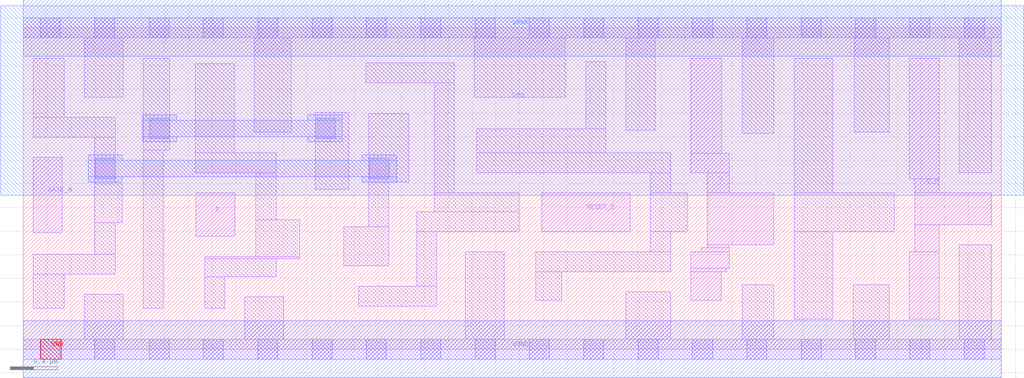
<source format=lef>
# Copyright 2020 The SkyWater PDK Authors
#
# Licensed under the Apache License, Version 2.0 (the "License");
# you may not use this file except in compliance with the License.
# You may obtain a copy of the License at
#
#     https://www.apache.org/licenses/LICENSE-2.0
#
# Unless required by applicable law or agreed to in writing, software
# distributed under the License is distributed on an "AS IS" BASIS,
# WITHOUT WARRANTIES OR CONDITIONS OF ANY KIND, either express or implied.
# See the License for the specific language governing permissions and
# limitations under the License.
#
# SPDX-License-Identifier: Apache-2.0

VERSION 5.7 ;
  NOWIREEXTENSIONATPIN ON ;
  DIVIDERCHAR "/" ;
  BUSBITCHARS "[]" ;
MACRO sky130_fd_sc_hd__dlrbn_2
  CLASS CORE ;
  FOREIGN sky130_fd_sc_hd__dlrbn_2 ;
  ORIGIN  0.000000  0.000000 ;
  SIZE  8.280000 BY  2.720000 ;
  SYMMETRY X Y R90 ;
  SITE unithd ;
  PIN D
    ANTENNAGATEAREA  0.159000 ;
    DIRECTION INPUT ;
    USE SIGNAL ;
    PORT
      LAYER li1 ;
        RECT 1.460000 0.955000 1.790000 1.325000 ;
    END
  END D
  PIN Q
    ANTENNADIFFAREA  0.536250 ;
    DIRECTION OUTPUT ;
    USE SIGNAL ;
    PORT
      LAYER li1 ;
        RECT 5.650000 0.415000 5.910000 0.655000 ;
        RECT 5.650000 0.655000 5.950000 0.685000 ;
        RECT 5.650000 0.685000 5.975000 0.825000 ;
        RECT 5.650000 1.495000 5.975000 1.660000 ;
        RECT 5.650000 1.660000 5.915000 2.465000 ;
        RECT 5.740000 0.825000 5.975000 0.860000 ;
        RECT 5.790000 0.860000 5.975000 0.885000 ;
        RECT 5.790000 0.885000 6.355000 1.325000 ;
        RECT 5.790000 1.325000 5.975000 1.495000 ;
    END
  END Q
  PIN Q_N
    ANTENNADIFFAREA  0.453750 ;
    DIRECTION OUTPUT ;
    USE SIGNAL ;
    PORT
      LAYER li1 ;
        RECT 7.500000 0.255000 7.755000 0.825000 ;
        RECT 7.500000 1.445000 7.755000 2.465000 ;
        RECT 7.545000 0.825000 7.755000 1.055000 ;
        RECT 7.545000 1.055000 8.195000 1.325000 ;
        RECT 7.545000 1.325000 7.755000 1.445000 ;
    END
  END Q_N
  PIN RESET_B
    ANTENNAGATEAREA  0.247500 ;
    DIRECTION INPUT ;
    USE SIGNAL ;
    PORT
      LAYER li1 ;
        RECT 4.390000 0.995000 5.140000 1.325000 ;
    END
  END RESET_B
  PIN GATE_N
    ANTENNAGATEAREA  0.159000 ;
    DIRECTION INPUT ;
    USE CLOCK ;
    PORT
      LAYER li1 ;
        RECT 0.085000 0.985000 0.330000 1.625000 ;
    END
  END GATE_N
  PIN VGND
    DIRECTION INOUT ;
    SHAPE ABUTMENT ;
    USE GROUND ;
    PORT
      LAYER met1 ;
        RECT 0.000000 -0.240000 8.280000 0.240000 ;
    END
  END VGND
  PIN VNB
    DIRECTION INOUT ;
    USE GROUND ;
    PORT
      LAYER pwell ;
        RECT 0.150000 -0.085000 0.320000 0.085000 ;
    END
  END VNB
  PIN VPB
    DIRECTION INOUT ;
    USE POWER ;
    PORT
      LAYER nwell ;
        RECT -0.190000 1.305000 8.470000 2.910000 ;
    END
  END VPB
  PIN VPWR
    DIRECTION INOUT ;
    SHAPE ABUTMENT ;
    USE POWER ;
    PORT
      LAYER met1 ;
        RECT 0.000000 2.480000 8.280000 2.960000 ;
    END
  END VPWR
  OBS
    LAYER li1 ;
      RECT 0.000000 -0.085000 8.280000 0.085000 ;
      RECT 0.000000  2.635000 8.280000 2.805000 ;
      RECT 0.085000  0.345000 0.345000 0.635000 ;
      RECT 0.085000  0.635000 0.780000 0.805000 ;
      RECT 0.085000  1.795000 0.780000 1.965000 ;
      RECT 0.085000  1.965000 0.345000 2.465000 ;
      RECT 0.515000  0.085000 0.845000 0.465000 ;
      RECT 0.515000  2.135000 0.845000 2.635000 ;
      RECT 0.605000  0.805000 0.780000 1.070000 ;
      RECT 0.605000  1.070000 0.840000 1.400000 ;
      RECT 0.605000  1.400000 0.780000 1.795000 ;
      RECT 1.015000  0.345000 1.185000 1.685000 ;
      RECT 1.015000  1.685000 1.240000 2.465000 ;
      RECT 1.455000  1.495000 2.140000 1.665000 ;
      RECT 1.455000  1.665000 1.785000 2.415000 ;
      RECT 1.535000  0.345000 1.705000 0.615000 ;
      RECT 1.535000  0.615000 2.140000 0.765000 ;
      RECT 1.535000  0.765000 2.340000 0.785000 ;
      RECT 1.875000  0.085000 2.205000 0.445000 ;
      RECT 1.955000  1.835000 2.270000 2.635000 ;
      RECT 1.970000  0.785000 2.340000 1.095000 ;
      RECT 1.970000  1.095000 2.140000 1.495000 ;
      RECT 2.470000  1.355000 2.755000 2.005000 ;
      RECT 2.715000  0.705000 3.095000 1.035000 ;
      RECT 2.840000  0.365000 3.500000 0.535000 ;
      RECT 2.900000  2.255000 3.650000 2.425000 ;
      RECT 2.925000  1.035000 3.095000 1.415000 ;
      RECT 2.925000  1.415000 3.265000 1.995000 ;
      RECT 3.330000  0.535000 3.500000 0.995000 ;
      RECT 3.330000  0.995000 4.200000 1.165000 ;
      RECT 3.480000  1.165000 4.200000 1.325000 ;
      RECT 3.480000  1.325000 3.650000 2.255000 ;
      RECT 3.740000  0.085000 4.070000 0.825000 ;
      RECT 3.820000  2.135000 4.590000 2.635000 ;
      RECT 3.840000  1.495000 5.480000 1.665000 ;
      RECT 3.840000  1.665000 4.930000 1.865000 ;
      RECT 4.340000  0.415000 4.560000 0.655000 ;
      RECT 4.340000  0.655000 5.480000 0.825000 ;
      RECT 4.760000  1.865000 4.930000 2.435000 ;
      RECT 5.100000  0.085000 5.480000 0.485000 ;
      RECT 5.100000  1.855000 5.350000 2.635000 ;
      RECT 5.310000  0.825000 5.480000 0.995000 ;
      RECT 5.310000  0.995000 5.620000 1.325000 ;
      RECT 5.310000  1.325000 5.480000 1.495000 ;
      RECT 6.085000  0.085000 6.355000 0.545000 ;
      RECT 6.085000  1.830000 6.355000 2.635000 ;
      RECT 6.525000  0.255000 6.855000 0.995000 ;
      RECT 6.525000  0.995000 7.375000 1.325000 ;
      RECT 6.525000  1.325000 6.855000 2.465000 ;
      RECT 7.025000  0.085000 7.330000 0.545000 ;
      RECT 7.035000  1.835000 7.330000 2.635000 ;
      RECT 7.925000  0.085000 8.195000 0.885000 ;
      RECT 7.925000  1.495000 8.195000 2.635000 ;
    LAYER mcon ;
      RECT 0.145000 -0.085000 0.315000 0.085000 ;
      RECT 0.145000  2.635000 0.315000 2.805000 ;
      RECT 0.605000 -0.085000 0.775000 0.085000 ;
      RECT 0.605000  2.635000 0.775000 2.805000 ;
      RECT 0.610000  1.445000 0.780000 1.615000 ;
      RECT 1.065000 -0.085000 1.235000 0.085000 ;
      RECT 1.065000  2.635000 1.235000 2.805000 ;
      RECT 1.070000  1.785000 1.240000 1.955000 ;
      RECT 1.525000 -0.085000 1.695000 0.085000 ;
      RECT 1.525000  2.635000 1.695000 2.805000 ;
      RECT 1.985000 -0.085000 2.155000 0.085000 ;
      RECT 1.985000  2.635000 2.155000 2.805000 ;
      RECT 2.445000 -0.085000 2.615000 0.085000 ;
      RECT 2.445000  2.635000 2.615000 2.805000 ;
      RECT 2.470000  1.785000 2.640000 1.955000 ;
      RECT 2.905000 -0.085000 3.075000 0.085000 ;
      RECT 2.905000  2.635000 3.075000 2.805000 ;
      RECT 2.930000  1.445000 3.100000 1.615000 ;
      RECT 3.365000 -0.085000 3.535000 0.085000 ;
      RECT 3.365000  2.635000 3.535000 2.805000 ;
      RECT 3.825000 -0.085000 3.995000 0.085000 ;
      RECT 3.825000  2.635000 3.995000 2.805000 ;
      RECT 4.285000 -0.085000 4.455000 0.085000 ;
      RECT 4.285000  2.635000 4.455000 2.805000 ;
      RECT 4.745000 -0.085000 4.915000 0.085000 ;
      RECT 4.745000  2.635000 4.915000 2.805000 ;
      RECT 5.205000 -0.085000 5.375000 0.085000 ;
      RECT 5.205000  2.635000 5.375000 2.805000 ;
      RECT 5.665000 -0.085000 5.835000 0.085000 ;
      RECT 5.665000  2.635000 5.835000 2.805000 ;
      RECT 6.125000 -0.085000 6.295000 0.085000 ;
      RECT 6.125000  2.635000 6.295000 2.805000 ;
      RECT 6.585000 -0.085000 6.755000 0.085000 ;
      RECT 6.585000  2.635000 6.755000 2.805000 ;
      RECT 7.045000 -0.085000 7.215000 0.085000 ;
      RECT 7.045000  2.635000 7.215000 2.805000 ;
      RECT 7.505000 -0.085000 7.675000 0.085000 ;
      RECT 7.505000  2.635000 7.675000 2.805000 ;
      RECT 7.965000 -0.085000 8.135000 0.085000 ;
      RECT 7.965000  2.635000 8.135000 2.805000 ;
    LAYER met1 ;
      RECT 0.550000 1.415000 0.840000 1.460000 ;
      RECT 0.550000 1.460000 3.160000 1.600000 ;
      RECT 0.550000 1.600000 0.840000 1.645000 ;
      RECT 1.010000 1.755000 1.300000 1.800000 ;
      RECT 1.010000 1.800000 2.700000 1.940000 ;
      RECT 1.010000 1.940000 1.300000 1.985000 ;
      RECT 2.410000 1.755000 2.700000 1.800000 ;
      RECT 2.410000 1.940000 2.700000 1.985000 ;
      RECT 2.870000 1.415000 3.160000 1.460000 ;
      RECT 2.870000 1.600000 3.160000 1.645000 ;
  END
END sky130_fd_sc_hd__dlrbn_2
END LIBRARY

</source>
